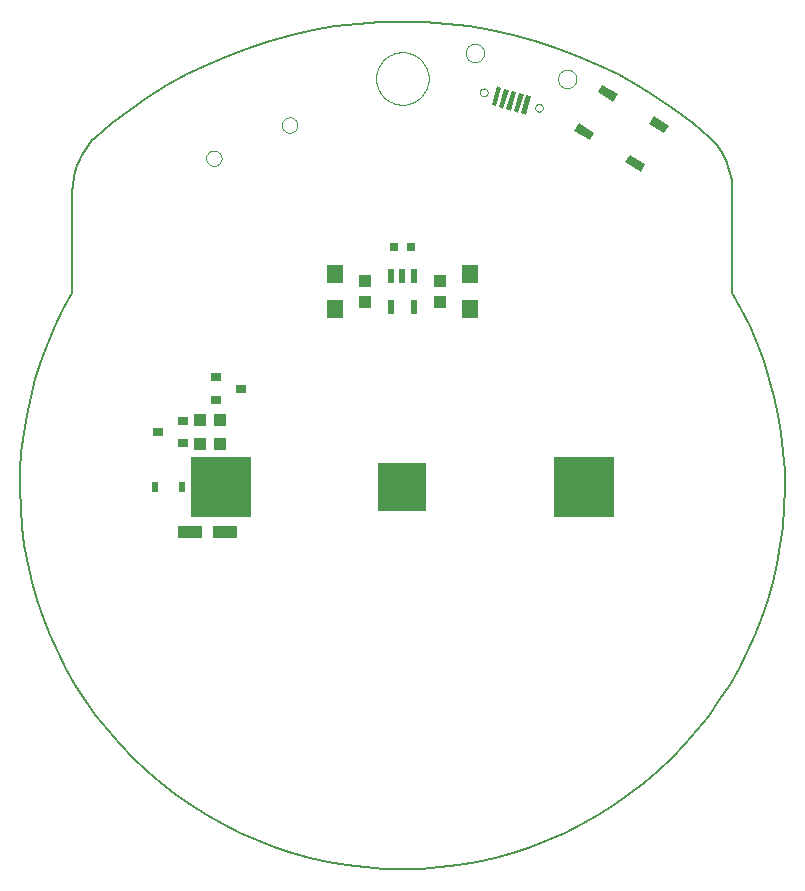
<source format=gtp>
G75*
G70*
%OFA0B0*%
%FSLAX24Y24*%
%IPPOS*%
%LPD*%
%AMOC8*
5,1,8,0,0,1.08239X$1,22.5*
%
%ADD10C,0.0050*%
%ADD11C,0.0000*%
%ADD12R,0.1600X0.1600*%
%ADD13R,0.2000X0.2000*%
%ADD14R,0.0300X0.0600*%
%ADD15R,0.0157X0.0650*%
%ADD16R,0.0217X0.0472*%
%ADD17R,0.0433X0.0394*%
%ADD18R,0.0315X0.0315*%
%ADD19R,0.0551X0.0630*%
%ADD20R,0.0354X0.0315*%
%ADD21R,0.0394X0.0433*%
%ADD22R,0.0787X0.0394*%
%ADD23R,0.0248X0.0327*%
D10*
X004605Y022052D02*
X004303Y021507D01*
X004029Y020948D01*
X003781Y020376D01*
X003562Y019793D01*
X003372Y019200D01*
X003211Y018598D01*
X003080Y017989D01*
X002978Y017375D01*
X002907Y016756D01*
X002866Y016134D01*
X002855Y015512D01*
X002875Y014889D01*
X002925Y014268D01*
X003006Y013651D01*
X003116Y013038D01*
X003256Y012431D01*
X003426Y011831D01*
X003625Y011241D01*
X003852Y010661D01*
X004108Y010093D01*
X004391Y009538D01*
X004701Y008998D01*
X005036Y008473D01*
X005397Y007965D01*
X005782Y007476D01*
X006191Y007006D01*
X006622Y006556D01*
X007075Y006129D01*
X007548Y005723D01*
X008040Y005342D01*
X008551Y004984D01*
X009078Y004653D01*
X009620Y004347D01*
X010177Y004068D01*
X010747Y003817D01*
X011329Y003593D01*
X011921Y003399D01*
X012521Y003234D01*
X013129Y003098D01*
X013743Y002992D01*
X014361Y002916D01*
X014982Y002870D01*
X015605Y002855D01*
X016228Y002870D01*
X016849Y002916D01*
X017467Y002992D01*
X018081Y003098D01*
X018689Y003234D01*
X019289Y003399D01*
X019881Y003593D01*
X020463Y003817D01*
X021033Y004068D01*
X021590Y004347D01*
X022132Y004653D01*
X022659Y004984D01*
X023170Y005342D01*
X023662Y005723D01*
X024135Y006129D01*
X024588Y006556D01*
X025019Y007006D01*
X025428Y007476D01*
X025813Y007965D01*
X026174Y008473D01*
X026509Y008998D01*
X026819Y009538D01*
X027102Y010093D01*
X027358Y010661D01*
X027585Y011241D01*
X027784Y011831D01*
X027954Y012431D01*
X028094Y013038D01*
X028204Y013651D01*
X028285Y014268D01*
X028335Y014889D01*
X028355Y015512D01*
X028344Y016134D01*
X028303Y016756D01*
X028232Y017375D01*
X028130Y017989D01*
X027999Y018598D01*
X027838Y019200D01*
X027648Y019793D01*
X027429Y020376D01*
X027181Y020948D01*
X026907Y021507D01*
X026605Y022052D01*
X026605Y025480D01*
X026601Y025595D01*
X026592Y025710D01*
X026577Y025824D01*
X026557Y025937D01*
X026532Y026050D01*
X026502Y026161D01*
X026466Y026270D01*
X026426Y026378D01*
X026381Y026484D01*
X026331Y026587D01*
X026276Y026688D01*
X026216Y026787D01*
X026153Y026882D01*
X026084Y026975D01*
X026012Y027064D01*
X025935Y027150D01*
X025855Y027232D01*
X025283Y027712D01*
X024689Y028164D01*
X024074Y028587D01*
X023439Y028980D01*
X022786Y029341D01*
X022116Y029671D01*
X021431Y029968D01*
X020733Y030232D01*
X020023Y030462D01*
X019302Y030658D01*
X018573Y030818D01*
X017837Y030943D01*
X017096Y031033D01*
X016351Y031087D01*
X015605Y031105D01*
X014859Y031087D01*
X014114Y031033D01*
X013373Y030943D01*
X012637Y030818D01*
X011908Y030658D01*
X011187Y030462D01*
X010477Y030232D01*
X009779Y029968D01*
X009094Y029671D01*
X008424Y029341D01*
X007771Y028980D01*
X007136Y028587D01*
X006521Y028164D01*
X005927Y027712D01*
X005355Y027232D01*
X004605Y025355D02*
X004605Y022052D01*
X004605Y025355D02*
X004606Y025477D01*
X004613Y025599D01*
X004626Y025720D01*
X004644Y025841D01*
X004668Y025960D01*
X004697Y026079D01*
X004732Y026196D01*
X004772Y026311D01*
X004817Y026424D01*
X004867Y026535D01*
X004923Y026644D01*
X004983Y026750D01*
X005049Y026853D01*
X005119Y026953D01*
X005193Y027050D01*
X005272Y027143D01*
X005355Y027232D01*
D11*
X009064Y026549D02*
X009066Y026580D01*
X009072Y026611D01*
X009081Y026641D01*
X009094Y026670D01*
X009111Y026697D01*
X009131Y026721D01*
X009153Y026743D01*
X009179Y026762D01*
X009206Y026778D01*
X009235Y026790D01*
X009265Y026799D01*
X009296Y026804D01*
X009328Y026805D01*
X009359Y026802D01*
X009390Y026795D01*
X009420Y026785D01*
X009448Y026771D01*
X009474Y026753D01*
X009498Y026733D01*
X009519Y026709D01*
X009538Y026684D01*
X009553Y026656D01*
X009564Y026627D01*
X009572Y026596D01*
X009576Y026565D01*
X009576Y026533D01*
X009572Y026502D01*
X009564Y026471D01*
X009553Y026442D01*
X009538Y026414D01*
X009519Y026389D01*
X009498Y026365D01*
X009474Y026345D01*
X009448Y026327D01*
X009420Y026313D01*
X009390Y026303D01*
X009359Y026296D01*
X009328Y026293D01*
X009296Y026294D01*
X009265Y026299D01*
X009235Y026308D01*
X009206Y026320D01*
X009179Y026336D01*
X009153Y026355D01*
X009131Y026377D01*
X009111Y026401D01*
X009094Y026428D01*
X009081Y026457D01*
X009072Y026487D01*
X009066Y026518D01*
X009064Y026549D01*
X011590Y027653D02*
X011592Y027684D01*
X011598Y027715D01*
X011607Y027745D01*
X011620Y027774D01*
X011637Y027801D01*
X011657Y027825D01*
X011679Y027847D01*
X011705Y027866D01*
X011732Y027882D01*
X011761Y027894D01*
X011791Y027903D01*
X011822Y027908D01*
X011854Y027909D01*
X011885Y027906D01*
X011916Y027899D01*
X011946Y027889D01*
X011974Y027875D01*
X012000Y027857D01*
X012024Y027837D01*
X012045Y027813D01*
X012064Y027788D01*
X012079Y027760D01*
X012090Y027731D01*
X012098Y027700D01*
X012102Y027669D01*
X012102Y027637D01*
X012098Y027606D01*
X012090Y027575D01*
X012079Y027546D01*
X012064Y027518D01*
X012045Y027493D01*
X012024Y027469D01*
X012000Y027449D01*
X011974Y027431D01*
X011946Y027417D01*
X011916Y027407D01*
X011885Y027400D01*
X011854Y027397D01*
X011822Y027398D01*
X011791Y027403D01*
X011761Y027412D01*
X011732Y027424D01*
X011705Y027440D01*
X011679Y027459D01*
X011657Y027481D01*
X011637Y027505D01*
X011620Y027532D01*
X011607Y027561D01*
X011598Y027591D01*
X011592Y027622D01*
X011590Y027653D01*
X014730Y029205D02*
X014732Y029264D01*
X014738Y029323D01*
X014748Y029381D01*
X014762Y029439D01*
X014779Y029495D01*
X014801Y029550D01*
X014826Y029604D01*
X014855Y029655D01*
X014887Y029705D01*
X014922Y029752D01*
X014961Y029797D01*
X015002Y029839D01*
X015046Y029878D01*
X015093Y029915D01*
X015142Y029948D01*
X015193Y029977D01*
X015246Y030003D01*
X015301Y030026D01*
X015357Y030044D01*
X015414Y030059D01*
X015473Y030070D01*
X015531Y030077D01*
X015590Y030080D01*
X015649Y030079D01*
X015708Y030074D01*
X015767Y030065D01*
X015824Y030052D01*
X015881Y030035D01*
X015936Y030015D01*
X015990Y029991D01*
X016042Y029963D01*
X016093Y029932D01*
X016141Y029897D01*
X016186Y029859D01*
X016229Y029818D01*
X016269Y029775D01*
X016306Y029729D01*
X016340Y029680D01*
X016370Y029630D01*
X016397Y029577D01*
X016420Y029523D01*
X016440Y029467D01*
X016456Y029410D01*
X016468Y029352D01*
X016476Y029294D01*
X016480Y029235D01*
X016480Y029175D01*
X016476Y029116D01*
X016468Y029058D01*
X016456Y029000D01*
X016440Y028943D01*
X016420Y028887D01*
X016397Y028833D01*
X016370Y028780D01*
X016340Y028730D01*
X016306Y028681D01*
X016269Y028635D01*
X016229Y028592D01*
X016186Y028551D01*
X016141Y028513D01*
X016093Y028478D01*
X016043Y028447D01*
X015990Y028419D01*
X015936Y028395D01*
X015881Y028375D01*
X015824Y028358D01*
X015767Y028345D01*
X015708Y028336D01*
X015649Y028331D01*
X015590Y028330D01*
X015531Y028333D01*
X015473Y028340D01*
X015414Y028351D01*
X015357Y028366D01*
X015301Y028384D01*
X015246Y028407D01*
X015193Y028433D01*
X015142Y028462D01*
X015093Y028495D01*
X015046Y028532D01*
X015002Y028571D01*
X014961Y028613D01*
X014922Y028658D01*
X014887Y028705D01*
X014855Y028755D01*
X014826Y028806D01*
X014801Y028860D01*
X014779Y028915D01*
X014762Y028971D01*
X014748Y029029D01*
X014738Y029087D01*
X014732Y029146D01*
X014730Y029205D01*
X017712Y030056D02*
X017714Y030091D01*
X017720Y030125D01*
X017730Y030158D01*
X017743Y030191D01*
X017760Y030221D01*
X017781Y030249D01*
X017804Y030275D01*
X017831Y030298D01*
X017859Y030317D01*
X017890Y030333D01*
X017923Y030346D01*
X017956Y030355D01*
X017991Y030360D01*
X018026Y030361D01*
X018060Y030358D01*
X018095Y030351D01*
X018128Y030340D01*
X018159Y030326D01*
X018189Y030308D01*
X018217Y030287D01*
X018242Y030262D01*
X018264Y030235D01*
X018283Y030206D01*
X018298Y030175D01*
X018310Y030142D01*
X018318Y030108D01*
X018322Y030073D01*
X018322Y030039D01*
X018318Y030004D01*
X018310Y029970D01*
X018298Y029937D01*
X018283Y029906D01*
X018264Y029877D01*
X018242Y029850D01*
X018217Y029825D01*
X018189Y029804D01*
X018159Y029786D01*
X018128Y029772D01*
X018095Y029761D01*
X018060Y029754D01*
X018026Y029751D01*
X017991Y029752D01*
X017956Y029757D01*
X017923Y029766D01*
X017890Y029779D01*
X017859Y029795D01*
X017831Y029814D01*
X017804Y029837D01*
X017781Y029863D01*
X017760Y029891D01*
X017743Y029921D01*
X017730Y029954D01*
X017720Y029987D01*
X017714Y030021D01*
X017712Y030056D01*
X018190Y028745D02*
X018192Y028767D01*
X018198Y028789D01*
X018207Y028809D01*
X018220Y028827D01*
X018236Y028843D01*
X018254Y028856D01*
X018274Y028865D01*
X018296Y028871D01*
X018318Y028873D01*
X018340Y028871D01*
X018362Y028865D01*
X018382Y028856D01*
X018400Y028843D01*
X018416Y028827D01*
X018429Y028809D01*
X018438Y028789D01*
X018444Y028767D01*
X018446Y028745D01*
X018444Y028723D01*
X018438Y028701D01*
X018429Y028681D01*
X018416Y028663D01*
X018400Y028647D01*
X018382Y028634D01*
X018362Y028625D01*
X018340Y028619D01*
X018318Y028617D01*
X018296Y028619D01*
X018274Y028625D01*
X018254Y028634D01*
X018236Y028647D01*
X018220Y028663D01*
X018207Y028681D01*
X018198Y028701D01*
X018192Y028723D01*
X018190Y028745D01*
X020029Y028228D02*
X020031Y028250D01*
X020037Y028272D01*
X020046Y028292D01*
X020059Y028310D01*
X020075Y028326D01*
X020093Y028339D01*
X020113Y028348D01*
X020135Y028354D01*
X020157Y028356D01*
X020179Y028354D01*
X020201Y028348D01*
X020221Y028339D01*
X020239Y028326D01*
X020255Y028310D01*
X020268Y028292D01*
X020277Y028272D01*
X020283Y028250D01*
X020285Y028228D01*
X020283Y028206D01*
X020277Y028184D01*
X020268Y028164D01*
X020255Y028146D01*
X020239Y028130D01*
X020221Y028117D01*
X020201Y028108D01*
X020179Y028102D01*
X020157Y028100D01*
X020135Y028102D01*
X020113Y028108D01*
X020093Y028117D01*
X020075Y028130D01*
X020059Y028146D01*
X020046Y028164D01*
X020037Y028184D01*
X020031Y028206D01*
X020029Y028228D01*
X020792Y029190D02*
X020794Y029225D01*
X020800Y029259D01*
X020810Y029292D01*
X020823Y029325D01*
X020840Y029355D01*
X020861Y029383D01*
X020884Y029409D01*
X020911Y029432D01*
X020939Y029451D01*
X020970Y029467D01*
X021003Y029480D01*
X021036Y029489D01*
X021071Y029494D01*
X021106Y029495D01*
X021140Y029492D01*
X021175Y029485D01*
X021208Y029474D01*
X021239Y029460D01*
X021269Y029442D01*
X021297Y029421D01*
X021322Y029396D01*
X021344Y029369D01*
X021363Y029340D01*
X021378Y029309D01*
X021390Y029276D01*
X021398Y029242D01*
X021402Y029207D01*
X021402Y029173D01*
X021398Y029138D01*
X021390Y029104D01*
X021378Y029071D01*
X021363Y029040D01*
X021344Y029011D01*
X021322Y028984D01*
X021297Y028959D01*
X021269Y028938D01*
X021239Y028920D01*
X021208Y028906D01*
X021175Y028895D01*
X021140Y028888D01*
X021106Y028885D01*
X021071Y028886D01*
X021036Y028891D01*
X021003Y028900D01*
X020970Y028913D01*
X020939Y028929D01*
X020911Y028948D01*
X020884Y028971D01*
X020861Y028997D01*
X020840Y029025D01*
X020823Y029055D01*
X020810Y029088D01*
X020800Y029121D01*
X020794Y029155D01*
X020792Y029190D01*
D12*
X015605Y015605D03*
D13*
X021655Y015605D03*
X009555Y015605D03*
D14*
G36*
X021998Y027404D02*
X021841Y027148D01*
X021330Y027460D01*
X021487Y027716D01*
X021998Y027404D01*
G37*
G36*
X022782Y028683D02*
X022625Y028427D01*
X022114Y028739D01*
X022271Y028995D01*
X022782Y028683D01*
G37*
G36*
X024487Y027638D02*
X024330Y027382D01*
X023819Y027694D01*
X023976Y027950D01*
X024487Y027638D01*
G37*
G36*
X023704Y026359D02*
X023547Y026103D01*
X023036Y026415D01*
X023193Y026671D01*
X023704Y026359D01*
G37*
D15*
G36*
X019737Y028663D02*
X019888Y028621D01*
X019713Y027997D01*
X019562Y028039D01*
X019737Y028663D01*
G37*
G36*
X019491Y028732D02*
X019642Y028690D01*
X019467Y028066D01*
X019316Y028108D01*
X019491Y028732D01*
G37*
G36*
X019244Y028801D02*
X019395Y028759D01*
X019220Y028135D01*
X019069Y028177D01*
X019244Y028801D01*
G37*
G36*
X018998Y028870D02*
X019149Y028828D01*
X018974Y028204D01*
X018823Y028246D01*
X018998Y028870D01*
G37*
G36*
X018752Y028940D02*
X018903Y028898D01*
X018728Y028274D01*
X018577Y028316D01*
X018752Y028940D01*
G37*
D16*
X015979Y022617D03*
X015605Y022617D03*
X015231Y022617D03*
X015231Y021593D03*
X015979Y021593D03*
D17*
X016855Y021770D03*
X016855Y022440D03*
X014355Y022440D03*
X014355Y021770D03*
D18*
X015310Y023605D03*
X015900Y023605D03*
D19*
X017855Y022696D03*
X017855Y021514D03*
X013355Y021514D03*
X013355Y022696D03*
D20*
X010211Y018868D03*
X009385Y018494D03*
X009385Y019242D03*
X008282Y017790D03*
X008282Y017042D03*
X007455Y017416D03*
D21*
X008853Y017022D03*
X009522Y017022D03*
X009522Y017810D03*
X008853Y017810D03*
D22*
X008518Y014089D03*
X009699Y014089D03*
D23*
X008262Y015605D03*
X007357Y015605D03*
M02*

</source>
